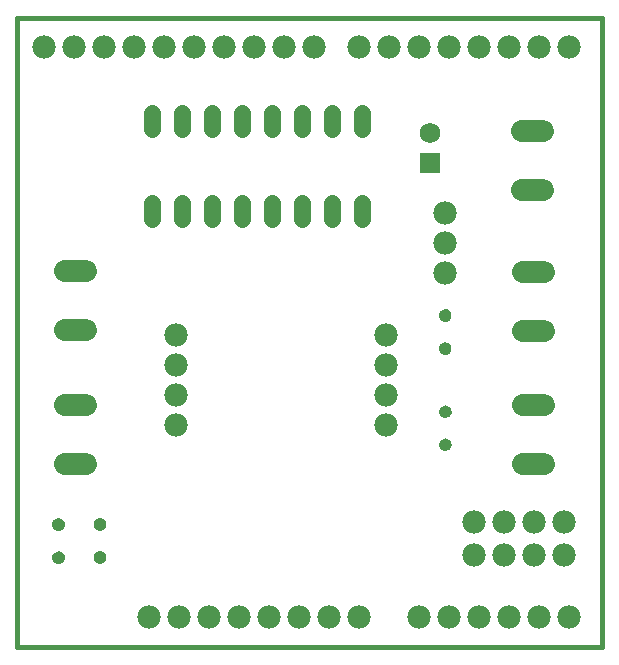
<source format=gts>
G75*
%MOIN*%
%OFA0B0*%
%FSLAX25Y25*%
%IPPOS*%
%LPD*%
%AMOC8*
5,1,8,0,0,1.08239X$1,22.5*
%
%ADD10C,0.01600*%
%ADD11C,0.07800*%
%ADD12C,0.05600*%
%ADD13C,0.07450*%
%ADD14C,0.00500*%
%ADD15R,0.06900X0.06900*%
%ADD16C,0.06900*%
D10*
X0093524Y0001800D02*
X0093524Y0211249D01*
X0288406Y0211249D01*
X0288406Y0001800D01*
X0093524Y0001800D01*
D11*
X0137524Y0011603D03*
X0147524Y0011603D03*
X0157524Y0011603D03*
X0167524Y0011603D03*
X0177524Y0011603D03*
X0187524Y0011603D03*
X0197524Y0011603D03*
X0207524Y0011603D03*
X0227524Y0011603D03*
X0237524Y0011603D03*
X0247524Y0011603D03*
X0257524Y0011603D03*
X0267524Y0011603D03*
X0277524Y0011603D03*
X0275886Y0032312D03*
X0265886Y0032312D03*
X0255886Y0032312D03*
X0245886Y0032312D03*
X0245886Y0043335D03*
X0255886Y0043335D03*
X0265886Y0043335D03*
X0275886Y0043335D03*
X0216555Y0075619D03*
X0216555Y0085619D03*
X0216555Y0095619D03*
X0216555Y0105619D03*
X0236043Y0126485D03*
X0236043Y0136485D03*
X0236043Y0146485D03*
X0237524Y0201603D03*
X0247524Y0201603D03*
X0257524Y0201603D03*
X0267524Y0201603D03*
X0277524Y0201603D03*
X0227524Y0201603D03*
X0217524Y0201603D03*
X0207524Y0201603D03*
X0192524Y0201603D03*
X0182524Y0201603D03*
X0172524Y0201603D03*
X0162524Y0201603D03*
X0152524Y0201603D03*
X0142524Y0201603D03*
X0132524Y0201603D03*
X0122524Y0201603D03*
X0112524Y0201603D03*
X0102524Y0201603D03*
X0146476Y0105619D03*
X0146476Y0095619D03*
X0146476Y0085619D03*
X0146476Y0075619D03*
D12*
X0148445Y0144436D02*
X0148445Y0149636D01*
X0158445Y0149636D02*
X0158445Y0144436D01*
X0168445Y0144436D02*
X0168445Y0149636D01*
X0178445Y0149636D02*
X0178445Y0144436D01*
X0188445Y0144436D02*
X0188445Y0149636D01*
X0198445Y0149636D02*
X0198445Y0144436D01*
X0208445Y0144436D02*
X0208445Y0149636D01*
X0208445Y0174436D02*
X0208445Y0179636D01*
X0198445Y0179636D02*
X0198445Y0174436D01*
X0188445Y0174436D02*
X0188445Y0179636D01*
X0178445Y0179636D02*
X0178445Y0174436D01*
X0168445Y0174436D02*
X0168445Y0179636D01*
X0158445Y0179636D02*
X0158445Y0174436D01*
X0148445Y0174436D02*
X0148445Y0179636D01*
X0138445Y0179636D02*
X0138445Y0174436D01*
X0138445Y0149636D02*
X0138445Y0144436D01*
D13*
X0116458Y0126997D02*
X0109408Y0126997D01*
X0109408Y0107312D02*
X0116458Y0107312D01*
X0116458Y0082312D02*
X0109408Y0082312D01*
X0109408Y0062627D02*
X0116458Y0062627D01*
X0262125Y0062824D02*
X0269175Y0062824D01*
X0269175Y0082509D02*
X0262125Y0082509D01*
X0262125Y0106918D02*
X0269175Y0106918D01*
X0269175Y0126603D02*
X0262125Y0126603D01*
X0261731Y0153965D02*
X0268781Y0153965D01*
X0268781Y0173650D02*
X0261731Y0173650D01*
D14*
X0237007Y0113774D02*
X0237333Y0113566D01*
X0237603Y0113290D01*
X0237806Y0112961D01*
X0237931Y0112596D01*
X0237970Y0112211D01*
X0237937Y0111830D01*
X0237819Y0111465D01*
X0237622Y0111136D01*
X0237358Y0110859D01*
X0237038Y0110648D01*
X0236680Y0110513D01*
X0236300Y0110461D01*
X0235900Y0110496D01*
X0235517Y0110620D01*
X0235172Y0110825D01*
X0234880Y0111102D01*
X0234658Y0111437D01*
X0234516Y0111813D01*
X0234461Y0112211D01*
X0234512Y0112604D01*
X0234649Y0112976D01*
X0234865Y0113308D01*
X0235150Y0113584D01*
X0235489Y0113789D01*
X0235866Y0113913D01*
X0236260Y0113951D01*
X0236644Y0113905D01*
X0237007Y0113774D01*
X0237016Y0113768D02*
X0235455Y0113768D01*
X0234840Y0113270D02*
X0237616Y0113270D01*
X0237871Y0112771D02*
X0234573Y0112771D01*
X0234469Y0112273D02*
X0237964Y0112273D01*
X0237918Y0111774D02*
X0234530Y0111774D01*
X0234765Y0111276D02*
X0237705Y0111276D01*
X0237234Y0110777D02*
X0235252Y0110777D01*
X0235866Y0102893D02*
X0236260Y0102931D01*
X0236644Y0102885D01*
X0237007Y0102754D01*
X0237333Y0102546D01*
X0237603Y0102270D01*
X0237806Y0101941D01*
X0237931Y0101576D01*
X0237970Y0101191D01*
X0237937Y0100810D01*
X0237819Y0100445D01*
X0237622Y0100116D01*
X0237358Y0099839D01*
X0237038Y0099628D01*
X0236680Y0099493D01*
X0236300Y0099441D01*
X0235900Y0099476D01*
X0235517Y0099600D01*
X0235172Y0099805D01*
X0234880Y0100082D01*
X0234658Y0100417D01*
X0234516Y0100793D01*
X0234461Y0101191D01*
X0234512Y0101584D01*
X0234649Y0101956D01*
X0234865Y0102288D01*
X0235150Y0102564D01*
X0235489Y0102769D01*
X0235866Y0102893D01*
X0235586Y0102801D02*
X0236876Y0102801D01*
X0237572Y0102302D02*
X0234880Y0102302D01*
X0234593Y0101804D02*
X0237853Y0101804D01*
X0237959Y0101305D02*
X0234475Y0101305D01*
X0234514Y0100807D02*
X0237936Y0100807D01*
X0237737Y0100308D02*
X0234730Y0100308D01*
X0235166Y0099810D02*
X0237313Y0099810D01*
X0236180Y0081915D02*
X0236580Y0081880D01*
X0236963Y0081756D01*
X0237309Y0081551D01*
X0237600Y0081274D01*
X0237822Y0080939D01*
X0237965Y0080563D01*
X0238020Y0080165D01*
X0237969Y0079772D01*
X0237831Y0079400D01*
X0237615Y0079068D01*
X0237330Y0078792D01*
X0236991Y0078587D01*
X0236615Y0078463D01*
X0236220Y0078425D01*
X0235837Y0078471D01*
X0235473Y0078602D01*
X0235148Y0078810D01*
X0234877Y0079086D01*
X0234674Y0079415D01*
X0234550Y0079780D01*
X0234510Y0080165D01*
X0234544Y0080546D01*
X0234662Y0080911D01*
X0234858Y0081240D01*
X0235122Y0081517D01*
X0235442Y0081728D01*
X0235800Y0081863D01*
X0236180Y0081915D01*
X0235805Y0081863D02*
X0236630Y0081863D01*
X0237504Y0081365D02*
X0234978Y0081365D01*
X0234648Y0080866D02*
X0237850Y0080866D01*
X0237992Y0080368D02*
X0234528Y0080368D01*
X0234541Y0079869D02*
X0237981Y0079869D01*
X0237813Y0079371D02*
X0234701Y0079371D01*
X0235087Y0078872D02*
X0237413Y0078872D01*
X0236580Y0070859D02*
X0236180Y0070894D01*
X0235800Y0070843D01*
X0235442Y0070708D01*
X0235122Y0070497D01*
X0234858Y0070219D01*
X0234662Y0069890D01*
X0234544Y0069526D01*
X0234510Y0069144D01*
X0234550Y0068760D01*
X0234674Y0068395D01*
X0234877Y0068066D01*
X0235148Y0067790D01*
X0235473Y0067582D01*
X0235837Y0067451D01*
X0236220Y0067405D01*
X0236615Y0067442D01*
X0236991Y0067567D01*
X0237330Y0067772D01*
X0237615Y0068048D01*
X0237831Y0068380D01*
X0237969Y0068751D01*
X0238020Y0069144D01*
X0237965Y0069543D01*
X0237822Y0069919D01*
X0237600Y0070254D01*
X0237309Y0070531D01*
X0236963Y0070736D01*
X0236580Y0070859D01*
X0237449Y0070398D02*
X0235028Y0070398D01*
X0234667Y0069899D02*
X0237830Y0069899D01*
X0237984Y0069401D02*
X0234533Y0069401D01*
X0234535Y0068902D02*
X0237988Y0068902D01*
X0237840Y0068404D02*
X0234671Y0068404D01*
X0235035Y0067905D02*
X0237468Y0067905D01*
X0236240Y0067407D02*
X0236204Y0067407D01*
X0122807Y0042964D02*
X0122862Y0042566D01*
X0122811Y0042173D01*
X0122674Y0041801D01*
X0122457Y0041469D01*
X0122173Y0041194D01*
X0121833Y0040989D01*
X0121457Y0040864D01*
X0121063Y0040826D01*
X0120679Y0040873D01*
X0120316Y0041004D01*
X0119990Y0041212D01*
X0119719Y0041487D01*
X0119517Y0041816D01*
X0119392Y0042182D01*
X0119352Y0042566D01*
X0119386Y0042948D01*
X0119504Y0043312D01*
X0119700Y0043641D01*
X0119965Y0043918D01*
X0120284Y0044130D01*
X0120643Y0044264D01*
X0121022Y0044316D01*
X0121423Y0044281D01*
X0121806Y0044158D01*
X0122151Y0043953D01*
X0122443Y0043675D01*
X0122665Y0043340D01*
X0122807Y0042964D01*
X0122801Y0042980D02*
X0119397Y0042980D01*
X0119361Y0042481D02*
X0122851Y0042481D01*
X0122741Y0041983D02*
X0119460Y0041983D01*
X0119723Y0041484D02*
X0122467Y0041484D01*
X0121824Y0040986D02*
X0120366Y0040986D01*
X0119603Y0043478D02*
X0122574Y0043478D01*
X0122111Y0043977D02*
X0120053Y0043977D01*
X0108994Y0042911D02*
X0109033Y0042526D01*
X0109000Y0042145D01*
X0108882Y0041780D01*
X0108685Y0041451D01*
X0108421Y0041174D01*
X0108101Y0040963D01*
X0107743Y0040828D01*
X0107363Y0040776D01*
X0106963Y0040811D01*
X0106580Y0040935D01*
X0106234Y0041140D01*
X0105943Y0041417D01*
X0105721Y0041752D01*
X0105579Y0042128D01*
X0105524Y0042526D01*
X0105575Y0042919D01*
X0105712Y0043291D01*
X0105928Y0043623D01*
X0106213Y0043899D01*
X0106552Y0044104D01*
X0106929Y0044228D01*
X0107323Y0044266D01*
X0107707Y0044220D01*
X0108070Y0044089D01*
X0108396Y0043881D01*
X0108666Y0043605D01*
X0108869Y0043276D01*
X0108994Y0042911D01*
X0108970Y0042980D02*
X0105597Y0042980D01*
X0105530Y0042481D02*
X0109029Y0042481D01*
X0108947Y0041983D02*
X0105634Y0041983D01*
X0105899Y0041484D02*
X0108705Y0041484D01*
X0108136Y0040986D02*
X0106495Y0040986D01*
X0105834Y0043478D02*
X0108745Y0043478D01*
X0108246Y0043977D02*
X0106342Y0043977D01*
X0107323Y0033246D02*
X0107707Y0033200D01*
X0108070Y0033069D01*
X0108396Y0032861D01*
X0108666Y0032585D01*
X0108869Y0032256D01*
X0108994Y0031891D01*
X0109033Y0031506D01*
X0109000Y0031125D01*
X0108882Y0030760D01*
X0108685Y0030431D01*
X0108421Y0030154D01*
X0108101Y0029943D01*
X0107743Y0029808D01*
X0107363Y0029756D01*
X0106963Y0029791D01*
X0106580Y0029915D01*
X0106234Y0030120D01*
X0105943Y0030397D01*
X0105721Y0030732D01*
X0105579Y0031108D01*
X0105524Y0031506D01*
X0105575Y0031899D01*
X0105712Y0032271D01*
X0105928Y0032603D01*
X0106213Y0032879D01*
X0106552Y0033084D01*
X0106929Y0033208D01*
X0107323Y0033246D01*
X0108163Y0033009D02*
X0106429Y0033009D01*
X0105868Y0032511D02*
X0108712Y0032511D01*
X0108952Y0032012D02*
X0105616Y0032012D01*
X0105525Y0031514D02*
X0109033Y0031514D01*
X0108964Y0031015D02*
X0105614Y0031015D01*
X0105864Y0030517D02*
X0108736Y0030517D01*
X0108215Y0030018D02*
X0106406Y0030018D01*
X0119356Y0031514D02*
X0122858Y0031514D01*
X0122862Y0031546D02*
X0122811Y0031153D01*
X0122674Y0030781D01*
X0122457Y0030449D01*
X0122173Y0030174D01*
X0121833Y0029969D01*
X0121457Y0029844D01*
X0121063Y0029806D01*
X0120679Y0029853D01*
X0120316Y0029983D01*
X0119990Y0030192D01*
X0119719Y0030467D01*
X0119517Y0030796D01*
X0119392Y0031162D01*
X0119352Y0031546D01*
X0119386Y0031928D01*
X0119504Y0032292D01*
X0119700Y0032621D01*
X0119965Y0032898D01*
X0120284Y0033109D01*
X0120643Y0033244D01*
X0121022Y0033296D01*
X0121423Y0033261D01*
X0121806Y0033138D01*
X0122151Y0032932D01*
X0122443Y0032655D01*
X0122665Y0032320D01*
X0122807Y0031944D01*
X0122862Y0031546D01*
X0122781Y0032012D02*
X0119414Y0032012D01*
X0119635Y0032511D02*
X0122539Y0032511D01*
X0122022Y0033009D02*
X0120133Y0033009D01*
X0119442Y0031015D02*
X0122760Y0031015D01*
X0122502Y0030517D02*
X0119689Y0030517D01*
X0120261Y0030018D02*
X0121916Y0030018D01*
D15*
X0231122Y0163139D03*
D16*
X0231122Y0173139D03*
M02*

</source>
